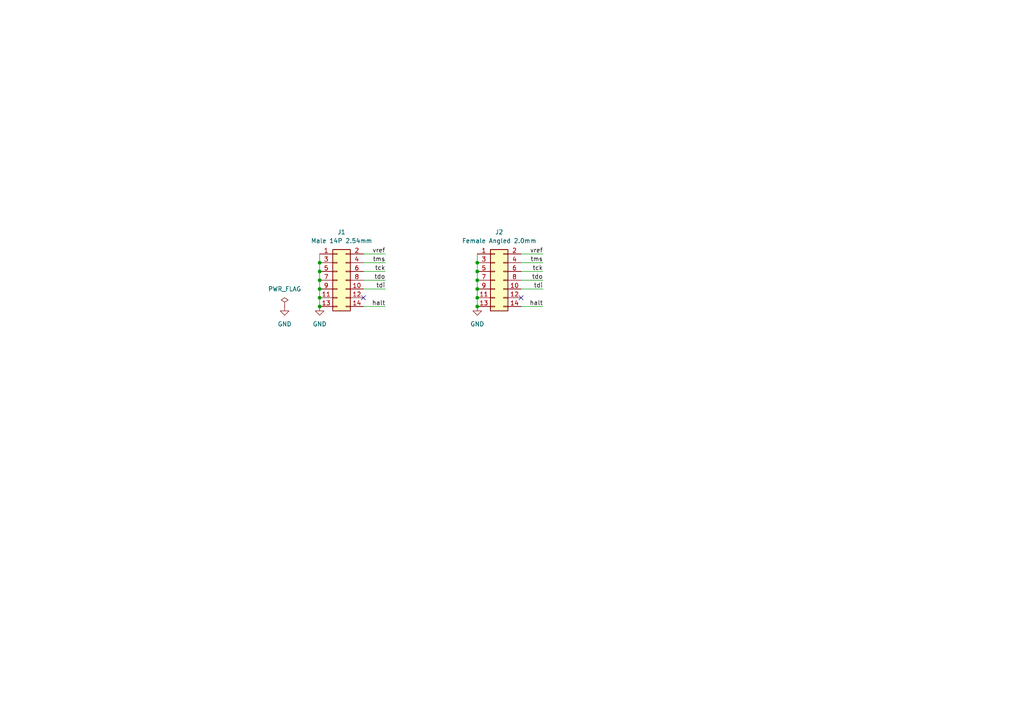
<source format=kicad_sch>
(kicad_sch (version 20230121) (generator eeschema)
  (paper "A4")
  (title_block (title "Kria JTAG Adapter") (date "2023-11-25") (rev "1.0") (company "S59MZ"))
  (lib_symbols
    (symbol "Connector_Generic:Conn_02x07_Odd_Even" (pin_names (offset 1.016) hide)
      (property "Reference" "J" (at 1.27 10.16 0))
      (property "Value" "Conn_02x07_Odd_Even" (at 1.27 -10.16 0))
      (symbol "Conn_02x07_Odd_Even_1_1"
        (rectangle (start -1.27 -7.493) (end 0 -7.747) (stroke (width 0.1524)))
        (rectangle (start -1.27 -4.953) (end 0 -5.207) (stroke (width 0.1524)))
        (rectangle (start -1.27 -2.413) (end 0 -2.667) (stroke (width 0.1524)))
        (rectangle (start -1.27 0.127) (end 0 -0.127) (stroke (width 0.1524)))
        (rectangle (start -1.27 2.667) (end 0 2.413) (stroke (width 0.1524)))
        (rectangle (start -1.27 5.207) (end 0 4.953) (stroke (width 0.1524)))
        (rectangle (start -1.27 7.747) (end 0 7.493) (stroke (width 0.1524)))
        (rectangle (start -1.27 8.89) (end 3.81 -8.89) (stroke (width 0.254)) (fill (type background)))
        (rectangle (start 3.81 -7.493) (end 2.54 -7.747) (stroke (width 0.1524)))
        (rectangle (start 3.81 -4.953) (end 2.54 -5.207) (stroke (width 0.1524)))
        (rectangle (start 3.81 -2.413) (end 2.54 -2.667) (stroke (width 0.1524)))
        (rectangle (start 3.81 0.127) (end 2.54 -0.127) (stroke (width 0.1524)))
        (rectangle (start 3.81 2.667) (end 2.54 2.413) (stroke (width 0.1524)))
        (rectangle (start 3.81 5.207) (end 2.54 4.953) (stroke (width 0.1524)))
        (rectangle (start 3.81 7.747) (end 2.54 7.493) (stroke (width 0.1524)))
        (pin passive line (at -5.08 7.62 0) (length 3.81) (name "Pin_1") (number "1"))
        (pin passive line (at 7.62 -2.54 180) (length 3.81) (name "Pin_10") (number "10"))
        (pin passive line (at -5.08 -5.08 0) (length 3.81) (name "Pin_11") (number "11"))
        (pin passive line (at 7.62 -5.08 180) (length 3.81) (name "Pin_12") (number "12"))
        (pin passive line (at -5.08 -7.62 0) (length 3.81) (name "Pin_13") (number "13"))
        (pin passive line (at 7.62 -7.62 180) (length 3.81) (name "Pin_14") (number "14"))
        (pin passive line (at 7.62 7.62 180) (length 3.81) (name "Pin_2") (number "2"))
        (pin passive line (at -5.08 5.08 0) (length 3.81) (name "Pin_3") (number "3"))
        (pin passive line (at 7.62 5.08 180) (length 3.81) (name "Pin_4") (number "4"))
        (pin passive line (at -5.08 2.54 0) (length 3.81) (name "Pin_5") (number "5"))
        (pin passive line (at 7.62 2.54 180) (length 3.81) (name "Pin_6") (number "6"))
        (pin passive line (at -5.08 0 0) (length 3.81) (name "Pin_7") (number "7"))
        (pin passive line (at 7.62 0 180) (length 3.81) (name "Pin_8") (number "8"))
        (pin passive line (at -5.08 -2.54 0) (length 3.81) (name "Pin_9") (number "9"))
      )
    )
    (symbol "power:GND" (power) (pin_names (offset 0))
      (property "Value" "GND" (at 0 -3.81 0))
      (symbol "GND_0_1"
        (polyline (pts (xy 0 0) (xy 0 -1.27) (xy 1.27 -1.27) (xy 0 -2.54) (xy -1.27 -1.27) (xy 0 -1.27)))
      )
      (symbol "GND_1_1"
        (pin power_in line (at 0 0 270) (length 0) hide (name "GND") (number "1"))
      )
    )
    (symbol "power:PWR_FLAG" (power) (pin_numbers hide) (pin_names (offset 0) hide)
      (property "Value" "PWR_FLAG" (at 0 3.81 0))
      (symbol "PWR_FLAG_0_0"
        (pin power_out line (at 0 0 90) (length 0) (name "pwr") (number "1"))
      )
      (symbol "PWR_FLAG_0_1"
        (polyline (pts (xy 0 0) (xy 0 1.27) (xy -1.016 1.905) (xy 0 2.54) (xy 1.016 1.905) (xy 0 1.27)))
      )
    )
  )
  (junction (at 92.71 78.74))
  (junction (at 92.71 86.36))
  (junction (at 92.71 81.28))
  (junction (at 138.43 88.9))
  (junction (at 138.43 83.82))
  (junction (at 92.71 88.9))
  (junction (at 92.71 76.2))
  (junction (at 92.71 83.82))
  (junction (at 138.43 81.28))
  (junction (at 138.43 78.74))
  (junction (at 138.43 86.36))
  (junction (at 138.43 76.2))
  (no_connect (at 151.13 86.36))
  (no_connect (at 105.41 86.36))
  (wire (pts (xy 111.76 83.82) (xy 105.41 83.82)))
  (wire (pts (xy 111.76 81.28) (xy 105.41 81.28)))
  (wire (pts (xy 92.71 81.28) (xy 92.71 83.82)))
  (wire (pts (xy 111.76 78.74) (xy 105.41 78.74)))
  (wire (pts (xy 111.76 88.9) (xy 105.41 88.9)))
  (wire (pts (xy 92.71 76.2) (xy 92.71 78.74)))
  (wire (pts (xy 92.71 83.82) (xy 92.71 86.36)))
  (wire (pts (xy 92.71 73.66) (xy 92.71 76.2)))
  (wire (pts (xy 111.76 76.2) (xy 105.41 76.2)))
  (wire (pts (xy 157.48 73.66) (xy 151.13 73.66)))
  (wire (pts (xy 138.43 81.28) (xy 138.43 83.82)))
  (wire (pts (xy 138.43 73.66) (xy 138.43 76.2)))
  (wire (pts (xy 157.48 81.28) (xy 151.13 81.28)))
  (wire (pts (xy 138.43 76.2) (xy 138.43 78.74)))
  (wire (pts (xy 157.48 76.2) (xy 151.13 76.2)))
  (wire (pts (xy 138.43 86.36) (xy 138.43 88.9)))
  (wire (pts (xy 92.71 78.74) (xy 92.71 81.28)))
  (wire (pts (xy 92.71 86.36) (xy 92.71 88.9)))
  (wire (pts (xy 111.76 73.66) (xy 105.41 73.66)))
  (wire (pts (xy 157.48 83.82) (xy 151.13 83.82)))
  (wire (pts (xy 157.48 78.74) (xy 151.13 78.74)))
  (wire (pts (xy 157.48 88.9) (xy 151.13 88.9)))
  (wire (pts (xy 138.43 83.82) (xy 138.43 86.36)))
  (wire (pts (xy 138.43 78.74) (xy 138.43 81.28)))
  (label "tdi" (at 157.48 83.82 180))
  (label "tdo" (at 157.48 81.28 180))
  (label "tms" (at 111.76 76.2 180))
  (label "halt" (at 111.76 88.9 180))
  (label "tdo" (at 111.76 81.28 180))
  (label "tms" (at 157.48 76.2 180))
  (label "tck" (at 157.48 78.74 180))
  (label "vref" (at 111.76 73.66 180))
  (label "vref" (at 157.48 73.66 180))
  (label "tck" (at 111.76 78.74 180))
  (label "tdi" (at 111.76 83.82 180))
  (label "halt" (at 157.48 88.9 180))
  (symbol (lib_id "Connector_Generic:Conn_02x07_Odd_Even") (at 143.51 81.28 0) (unit 1)
    (property "Reference" "J2" (at 144.78 67.31 0))
    (property "Value" "Female Angled 2.0mm" (at 144.78 69.85 0))
    (property "Footprint" "Connector_PinSocket_2.00mm:PinSocket_2x07_P2.00mm_Horizontal" (effects hide))
  )
  (symbol (lib_id "power:PWR_FLAG") (at 82.55 88.9 0) (unit 1)
    (property "Reference" "#FLG01" (effects hide))
    (property "Value" "PWR_FLAG" (at 82.55 83.82 0))
  )
  (symbol (lib_id "Connector_Generic:Conn_02x07_Odd_Even") (at 97.79 81.28 0) (unit 1)
    (property "Reference" "J1" (at 99.06 67.31 0))
    (property "Value" "Male 14P 2.54mm" (at 99.06 69.85 0))
    (property "Footprint" "Connector_IDC:IDC-Header_2x07_P2.54mm_Vertical" (effects hide))
  )
  (symbol (lib_id "power:GND") (at 92.71 88.9 0) (unit 1)
    (property "Reference" "#PWR01" (effects hide))
    (property "Value" "GND" (at 92.71 93.98 0))
  )
  (symbol (lib_id "power:GND") (at 138.43 88.9 0) (unit 1)
    (property "Reference" "#PWR02" (effects hide))
    (property "Value" "GND" (at 138.43 93.98 0))
  )
  (symbol (lib_id "power:GND") (at 82.55 88.9 0) (unit 1)
    (property "Reference" "#PWR03" (effects hide))
    (property "Value" "GND" (at 82.55 93.98 0))
  )
)
</source>
